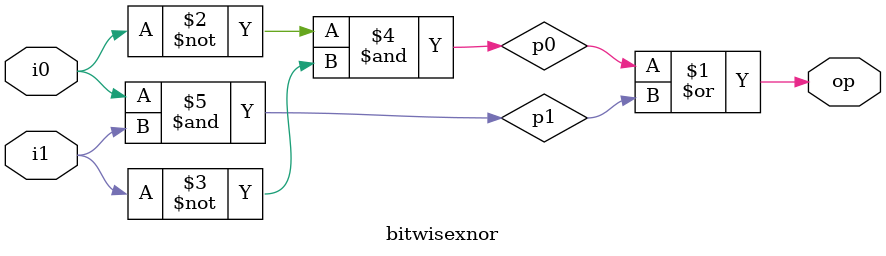
<source format=v>

module bitwisexnor
   (
    input wire i0, i1,
    output wire op
   );

   wire p0, p1;

   assign op = p0 | p1;
   assign p0 = ~i0 & ~i1;
   assign p1 = i0 & i1;

endmodule
</source>
